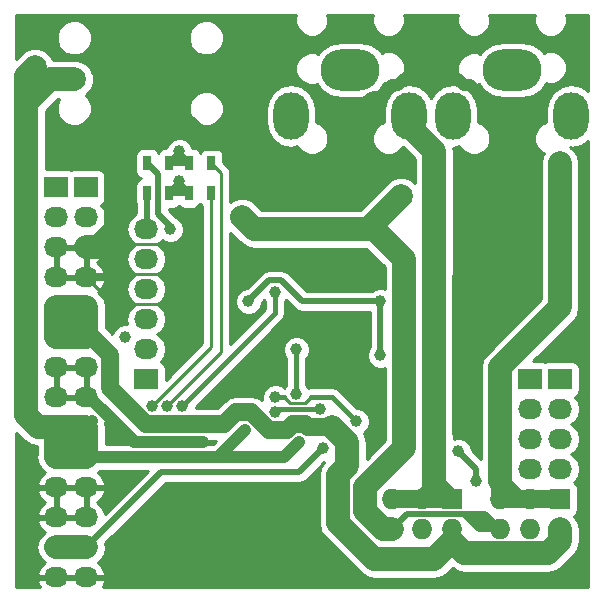
<source format=gbl>
G04 #@! TF.FileFunction,Copper,L2,Bot,Signal*
%FSLAX46Y46*%
G04 Gerber Fmt 4.6, Leading zero omitted, Abs format (unit mm)*
G04 Created by KiCad (PCBNEW 4.0.0-2.201512091501+6195~38~ubuntu14.04.1-stable) date Wed 16 Dec 2015 16:04:53 GMT*
%MOMM*%
G01*
G04 APERTURE LIST*
%ADD10C,0.100000*%
%ADD11R,1.727200X1.727200*%
%ADD12O,1.727200X1.727200*%
%ADD13O,3.000000X4.000000*%
%ADD14O,5.000000X3.500000*%
%ADD15R,2.032000X1.727200*%
%ADD16O,2.032000X1.727200*%
%ADD17R,0.700000X1.300000*%
%ADD18C,1.000000*%
%ADD19C,2.000000*%
%ADD20C,1.500000*%
%ADD21C,1.016000*%
%ADD22C,2.000000*%
%ADD23C,0.254000*%
%ADD24C,0.508000*%
%ADD25C,1.500000*%
%ADD26C,0.381000*%
G04 APERTURE END LIST*
D10*
D11*
X137668000Y-141732000D03*
D12*
X137668000Y-144272000D03*
X135128000Y-141732000D03*
X135128000Y-144272000D03*
X132588000Y-141732000D03*
X132588000Y-144272000D03*
D11*
X146812000Y-141732000D03*
D12*
X146812000Y-144272000D03*
X144272000Y-141732000D03*
X144272000Y-144272000D03*
X141732000Y-141732000D03*
X141732000Y-144272000D03*
D13*
X147748000Y-109276000D03*
X137748000Y-109276000D03*
D14*
X142748000Y-105376000D03*
D13*
X134032000Y-109276000D03*
X124032000Y-109276000D03*
D14*
X129032000Y-105376000D03*
D15*
X146812000Y-131572000D03*
D16*
X146812000Y-134112000D03*
X146812000Y-136652000D03*
X146812000Y-139192000D03*
D17*
X117282000Y-113284000D03*
X115382000Y-113284000D03*
X111826000Y-113284000D03*
X113726000Y-113284000D03*
X117282000Y-115824000D03*
X115382000Y-115824000D03*
X111826000Y-115824000D03*
X113726000Y-115824000D03*
D15*
X104140000Y-115316000D03*
D16*
X104140000Y-117856000D03*
X104140000Y-120396000D03*
X104140000Y-122936000D03*
X104140000Y-125476000D03*
X104140000Y-128016000D03*
X104140000Y-130556000D03*
X104140000Y-133096000D03*
X104140000Y-135636000D03*
X104140000Y-138176000D03*
X104140000Y-140716000D03*
X104140000Y-143256000D03*
X104140000Y-145796000D03*
X104140000Y-148336000D03*
D15*
X106680000Y-115316000D03*
D16*
X106680000Y-117856000D03*
X106680000Y-120396000D03*
X106680000Y-122936000D03*
X106680000Y-125476000D03*
X106680000Y-128016000D03*
X106680000Y-130556000D03*
X106680000Y-133096000D03*
X106680000Y-135636000D03*
X106680000Y-138176000D03*
X106680000Y-140716000D03*
X106680000Y-143256000D03*
X106680000Y-145796000D03*
X106680000Y-148336000D03*
D15*
X111760000Y-131572000D03*
D16*
X111760000Y-129032000D03*
X111760000Y-126492000D03*
X111760000Y-123952000D03*
X111760000Y-121412000D03*
X111760000Y-118872000D03*
D15*
X144272000Y-131572000D03*
D16*
X144272000Y-134112000D03*
X144272000Y-136652000D03*
X144272000Y-139192000D03*
D18*
X120142000Y-135890000D03*
D19*
X105664000Y-106172000D03*
X102339000Y-105156000D03*
D18*
X124714000Y-136906000D03*
X118872000Y-132588000D03*
X116586000Y-136906000D03*
X131064000Y-122412000D03*
X138176000Y-136144000D03*
D19*
X135636000Y-103140000D03*
X143764000Y-117348000D03*
X109220000Y-112776000D03*
X111252000Y-102108000D03*
X129032000Y-113792000D03*
X119888000Y-117856000D03*
X133350000Y-116078000D03*
X125476000Y-118872000D03*
D20*
X146796000Y-113300000D03*
D18*
X126746000Y-137414000D03*
X113792000Y-118872000D03*
X113538000Y-133858000D03*
X112268000Y-133858000D03*
X131572000Y-124968000D03*
X131572000Y-129540000D03*
X120396000Y-124968000D03*
X109982000Y-128016000D03*
X122682000Y-124206000D03*
X114808000Y-133858000D03*
X124460000Y-132842000D03*
X124460000Y-129032000D03*
X138176000Y-137668000D03*
X139700000Y-140208000D03*
X114554000Y-112268000D03*
X114554000Y-114808000D03*
X129540000Y-135128000D03*
X122682000Y-133096000D03*
X122682000Y-134366000D03*
X126492000Y-134112000D03*
D21*
X120142000Y-135890000D02*
X117856000Y-138176000D01*
D22*
X101600000Y-108204000D02*
X103632000Y-106172000D01*
X103632000Y-106172000D02*
X105664000Y-106172000D01*
X102616000Y-135636000D02*
X104140000Y-135636000D01*
X101600000Y-134620000D02*
X102616000Y-135636000D01*
X101600000Y-105895000D02*
X101600000Y-108204000D01*
X101600000Y-108204000D02*
X101600000Y-134620000D01*
X102339000Y-105156000D02*
X101600000Y-105895000D01*
D21*
X117348000Y-138176000D02*
X123444000Y-138176000D01*
X123444000Y-138176000D02*
X124714000Y-136906000D01*
X106680000Y-138176000D02*
X117348000Y-138176000D01*
D22*
X104140000Y-135636000D02*
X106680000Y-138176000D01*
X104140000Y-135636000D02*
X104140000Y-138176000D01*
X104140000Y-138176000D02*
X106680000Y-138176000D01*
D21*
X106680000Y-135636000D02*
X107188000Y-135128000D01*
D22*
X106680000Y-135636000D02*
X106680000Y-138176000D01*
X104140000Y-135636000D02*
X106680000Y-135636000D01*
D23*
X106680000Y-120396000D02*
X106934000Y-120142000D01*
X106934000Y-120142000D02*
X114808000Y-120142000D01*
D21*
X106934000Y-133096000D02*
X110744000Y-136906000D01*
X116586000Y-136906000D02*
X110744000Y-136906000D01*
X106934000Y-133096000D02*
X106680000Y-133096000D01*
X131064000Y-122412000D02*
X131064000Y-122428000D01*
X138176000Y-122936000D02*
X143764000Y-117348000D01*
X138176000Y-136144000D02*
X138176000Y-122936000D01*
D22*
X135890000Y-103124000D02*
X135890000Y-106172000D01*
X135652000Y-103124000D02*
X135890000Y-103124000D01*
X135636000Y-103140000D02*
X135652000Y-103124000D01*
D21*
X135890000Y-106172000D02*
X138176000Y-106172000D01*
X143764000Y-111252000D02*
X143764000Y-117348000D01*
X139192000Y-106680000D02*
X143764000Y-111252000D01*
X138684000Y-106680000D02*
X139192000Y-106680000D01*
X138176000Y-106172000D02*
X138684000Y-106680000D01*
X131064000Y-108204000D02*
X132588000Y-106680000D01*
X132588000Y-106680000D02*
X133096000Y-106680000D01*
X133096000Y-106680000D02*
X133604000Y-106172000D01*
X133604000Y-106172000D02*
X135890000Y-106172000D01*
D22*
X129032000Y-113792000D02*
X129032000Y-110236000D01*
X129032000Y-110236000D02*
X131064000Y-108204000D01*
X111252000Y-102108000D02*
X111252000Y-109728000D01*
X111252000Y-109728000D02*
X111760000Y-110236000D01*
X122428000Y-113792000D02*
X129032000Y-113792000D01*
X119888000Y-111252000D02*
X122428000Y-113792000D01*
X116332000Y-111252000D02*
X119888000Y-111252000D01*
X115316000Y-110236000D02*
X116332000Y-111252000D01*
X111760000Y-110236000D02*
X115316000Y-110236000D01*
X107696000Y-120396000D02*
X109220000Y-118872000D01*
X109220000Y-118872000D02*
X109220000Y-112776000D01*
X109220000Y-112776000D02*
X111760000Y-110236000D01*
X106680000Y-120396000D02*
X107696000Y-120396000D01*
D23*
X106680000Y-122936000D02*
X108966000Y-125222000D01*
X108966000Y-125222000D02*
X114808000Y-125222000D01*
X106680000Y-122936000D02*
X106934000Y-122682000D01*
X106934000Y-122682000D02*
X114808000Y-122682000D01*
D22*
X132588000Y-144272000D02*
X131826000Y-144272000D01*
X131826000Y-144272000D02*
X130302000Y-142748000D01*
X133604000Y-137414000D02*
X133604000Y-121412000D01*
X130302000Y-140716000D02*
X133604000Y-137414000D01*
X130302000Y-142748000D02*
X130302000Y-140716000D01*
D24*
X140462000Y-144272000D02*
X139954000Y-144272000D01*
X139446000Y-143256000D02*
X139954000Y-143256000D01*
X139954000Y-143256000D02*
X140462000Y-143764000D01*
X141732000Y-144272000D02*
X141224000Y-144272000D01*
X141224000Y-144272000D02*
X140716000Y-143764000D01*
X139954000Y-143002000D02*
X140716000Y-143764000D01*
X140462000Y-143764000D02*
X140462000Y-144018000D01*
X140716000Y-143764000D02*
X140462000Y-143764000D01*
X140462000Y-143002000D02*
X139954000Y-143002000D01*
X141732000Y-144272000D02*
X140462000Y-144272000D01*
X140462000Y-144272000D02*
X139446000Y-143256000D01*
X139446000Y-143256000D02*
X139192000Y-143002000D01*
X139954000Y-144272000D02*
X140208000Y-144272000D01*
X140208000Y-144272000D02*
X140462000Y-144018000D01*
X140462000Y-144018000D02*
X140970000Y-143510000D01*
X138684000Y-143002000D02*
X139192000Y-143002000D01*
X139192000Y-143002000D02*
X139954000Y-143002000D01*
X140462000Y-143002000D02*
X140970000Y-143510000D01*
X140970000Y-143510000D02*
X141732000Y-144272000D01*
X139954000Y-144272000D02*
X138684000Y-143002000D01*
X133858000Y-143002000D02*
X138684000Y-143002000D01*
X133858000Y-143002000D02*
X132588000Y-144272000D01*
D22*
X133604000Y-121412000D02*
X130810000Y-118618000D01*
X125476000Y-118872000D02*
X120904000Y-118872000D01*
X120904000Y-118872000D02*
X119888000Y-117856000D01*
X130556000Y-118872000D02*
X130810000Y-118618000D01*
X130810000Y-118618000D02*
X133350000Y-116078000D01*
X130556000Y-118872000D02*
X125476000Y-118872000D01*
D25*
X144272000Y-141732000D02*
X146812000Y-141732000D01*
X143256000Y-141732000D02*
X144272000Y-141732000D01*
X141732000Y-141732000D02*
X143256000Y-141732000D01*
X141732000Y-141732000D02*
X141732000Y-140208000D01*
D22*
X141732000Y-130556000D02*
X146796000Y-125492000D01*
X146796000Y-125492000D02*
X146796000Y-113300000D01*
X141732000Y-130556000D02*
X141732000Y-140208000D01*
D25*
X143256000Y-141732000D02*
X141732000Y-140208000D01*
X132588000Y-141732000D02*
X135128000Y-141732000D01*
X137668000Y-141732000D02*
X135128000Y-141732000D01*
D22*
X134620000Y-110744000D02*
X134032000Y-109276000D01*
X136144000Y-140208000D02*
X136144000Y-112268000D01*
X136144000Y-112268000D02*
X134620000Y-110744000D01*
D25*
X137668000Y-141732000D02*
X136144000Y-140208000D01*
D22*
X136144000Y-140716000D02*
X136144000Y-140208000D01*
D25*
X135128000Y-141732000D02*
X136144000Y-140716000D01*
D22*
X128778000Y-138938000D02*
X128778000Y-136906000D01*
X137668000Y-145288000D02*
X136144000Y-146812000D01*
X128016000Y-139700000D02*
X128778000Y-138938000D01*
X128016000Y-143764000D02*
X128016000Y-139700000D01*
X131064000Y-146812000D02*
X128016000Y-143764000D01*
X136144000Y-146812000D02*
X131064000Y-146812000D01*
D25*
X108712000Y-129540000D02*
X107188000Y-128016000D01*
D22*
X104140000Y-125476000D02*
X106680000Y-128016000D01*
X106680000Y-128016000D02*
X104140000Y-128016000D01*
X104140000Y-128016000D02*
X104140000Y-125476000D01*
X104140000Y-125476000D02*
X106680000Y-125476000D01*
X106680000Y-125476000D02*
X106680000Y-128016000D01*
D25*
X106680000Y-128016000D02*
X107188000Y-128016000D01*
D22*
X137668000Y-145288000D02*
X138684000Y-146304000D01*
D25*
X137668000Y-144272000D02*
X137668000Y-145288000D01*
D22*
X146812000Y-145288000D02*
X146812000Y-144272000D01*
X145796000Y-146304000D02*
X146812000Y-145288000D01*
X138684000Y-146304000D02*
X145796000Y-146304000D01*
D25*
X123698000Y-135890000D02*
X122174000Y-135890000D01*
X127508000Y-135636000D02*
X125476000Y-135636000D01*
D22*
X128778000Y-136906000D02*
X127508000Y-135636000D01*
D25*
X124206000Y-135382000D02*
X123698000Y-135890000D01*
X125222000Y-135382000D02*
X124206000Y-135382000D01*
X125476000Y-135636000D02*
X125222000Y-135382000D01*
X122174000Y-135890000D02*
X120650000Y-134366000D01*
X108712000Y-129540000D02*
X108712000Y-132334000D01*
X120650000Y-134366000D02*
X119380000Y-134366000D01*
X119380000Y-134366000D02*
X118364000Y-135382000D01*
X118364000Y-135382000D02*
X111760000Y-135382000D01*
X111760000Y-135382000D02*
X108712000Y-132334000D01*
D24*
X126746000Y-137414000D02*
X124714000Y-139446000D01*
X124714000Y-139446000D02*
X113030000Y-139446000D01*
X113030000Y-139446000D02*
X106680000Y-145796000D01*
D22*
X106680000Y-145796000D02*
X104140000Y-145796000D01*
D24*
X113792000Y-118618000D02*
X112776000Y-117602000D01*
X113792000Y-118872000D02*
X113792000Y-118618000D01*
X111826000Y-113284000D02*
X112776000Y-114234000D01*
X112776000Y-114234000D02*
X112776000Y-117602000D01*
X111760000Y-118872000D02*
X111826000Y-118806000D01*
X111826000Y-118806000D02*
X111826000Y-115824000D01*
D23*
X117282000Y-113284000D02*
X118110000Y-114112000D01*
X118110000Y-114112000D02*
X118110000Y-129286000D01*
X118110000Y-129286000D02*
X113538000Y-133858000D01*
X117282000Y-128844000D02*
X117282000Y-115824000D01*
X112268000Y-133858000D02*
X117282000Y-128844000D01*
D24*
X124968000Y-124968000D02*
X123190000Y-123190000D01*
X131572000Y-124968000D02*
X124968000Y-124968000D01*
X131572000Y-124968000D02*
X131572000Y-129540000D01*
X122174000Y-123190000D02*
X120396000Y-124968000D01*
X123190000Y-123190000D02*
X122174000Y-123190000D01*
D26*
X122682000Y-125984000D02*
X122682000Y-124206000D01*
X114808000Y-133858000D02*
X122682000Y-125984000D01*
X124460000Y-132842000D02*
X124460000Y-129032000D01*
D24*
X138176000Y-137668000D02*
X139700000Y-139192000D01*
X139700000Y-140208000D02*
X139700000Y-139192000D01*
X113726000Y-113284000D02*
X114554000Y-112456000D01*
X114554000Y-112456000D02*
X114554000Y-112268000D01*
X114554000Y-112268000D02*
X114554000Y-112456000D01*
X114554000Y-112456000D02*
X115382000Y-113284000D01*
X115382000Y-113096000D02*
X115382000Y-113284000D01*
X113726000Y-113096000D02*
X113726000Y-113284000D01*
X114554000Y-113284000D02*
X114554000Y-112268000D01*
X113726000Y-113284000D02*
X114554000Y-113284000D01*
X114554000Y-113284000D02*
X115382000Y-113284000D01*
X113726000Y-115824000D02*
X114554000Y-114996000D01*
X113726000Y-115824000D02*
X114808000Y-115824000D01*
X114554000Y-114808000D02*
X114554000Y-115824000D01*
X114554000Y-115824000D02*
X114808000Y-115824000D01*
X114554000Y-114996000D02*
X114554000Y-114808000D01*
X114554000Y-114808000D02*
X114554000Y-114996000D01*
X114554000Y-114996000D02*
X115382000Y-115824000D01*
X114808000Y-115824000D02*
X115382000Y-115824000D01*
D26*
X129540000Y-135128000D02*
X127508000Y-133096000D01*
X127508000Y-133096000D02*
X125730000Y-133096000D01*
D23*
X125222000Y-133604000D02*
X125730000Y-133096000D01*
X123952000Y-133604000D02*
X125222000Y-133604000D01*
X123444000Y-133096000D02*
X123952000Y-133604000D01*
D26*
X123444000Y-133096000D02*
X122682000Y-133096000D01*
X122936000Y-134112000D02*
X122682000Y-134366000D01*
X126492000Y-134112000D02*
X122936000Y-134112000D01*
D23*
G36*
X149175000Y-149175000D02*
X108061097Y-149175000D01*
X108284709Y-148710791D01*
X108287358Y-148695026D01*
X108166217Y-148463000D01*
X106807000Y-148463000D01*
X106807000Y-148483000D01*
X106553000Y-148483000D01*
X106553000Y-148463000D01*
X104267000Y-148463000D01*
X104267000Y-148483000D01*
X104013000Y-148483000D01*
X104013000Y-148463000D01*
X102653783Y-148463000D01*
X102532642Y-148695026D01*
X102535291Y-148710791D01*
X102758903Y-149175000D01*
X100761000Y-149175000D01*
X100761000Y-141075026D01*
X102532642Y-141075026D01*
X102535291Y-141090791D01*
X102789268Y-141618036D01*
X103201108Y-141986000D01*
X102789268Y-142353964D01*
X102535291Y-142881209D01*
X102532642Y-142896974D01*
X102653783Y-143129000D01*
X104013000Y-143129000D01*
X104013000Y-140843000D01*
X104267000Y-140843000D01*
X104267000Y-143129000D01*
X106553000Y-143129000D01*
X106553000Y-140843000D01*
X104267000Y-140843000D01*
X104013000Y-140843000D01*
X102653783Y-140843000D01*
X102532642Y-141075026D01*
X100761000Y-141075026D01*
X100761000Y-136093240D01*
X101459880Y-136792120D01*
X101990312Y-137146543D01*
X102505000Y-137248922D01*
X102505000Y-137932953D01*
X102456655Y-138176000D01*
X102570729Y-138749489D01*
X102895585Y-139235670D01*
X102938670Y-139264459D01*
X102983880Y-139332120D01*
X103181086Y-139463889D01*
X102789268Y-139813964D01*
X102535291Y-140341209D01*
X102532642Y-140356974D01*
X102653783Y-140589000D01*
X104013000Y-140589000D01*
X104013000Y-140569000D01*
X104267000Y-140569000D01*
X104267000Y-140589000D01*
X106553000Y-140589000D01*
X106553000Y-140569000D01*
X106807000Y-140569000D01*
X106807000Y-140589000D01*
X108166217Y-140589000D01*
X108287358Y-140356974D01*
X108284709Y-140341209D01*
X108030732Y-139813964D01*
X107638914Y-139463889D01*
X107836120Y-139332120D01*
X107844886Y-139319000D01*
X111899764Y-139319000D01*
X108249741Y-142969023D01*
X108287358Y-142896974D01*
X108284709Y-142881209D01*
X108030732Y-142353964D01*
X107618892Y-141986000D01*
X108030732Y-141618036D01*
X108284709Y-141090791D01*
X108287358Y-141075026D01*
X108166217Y-140843000D01*
X106807000Y-140843000D01*
X106807000Y-143129000D01*
X106827000Y-143129000D01*
X106827000Y-143383000D01*
X106807000Y-143383000D01*
X106807000Y-143403000D01*
X106553000Y-143403000D01*
X106553000Y-143383000D01*
X104267000Y-143383000D01*
X104267000Y-143403000D01*
X104013000Y-143403000D01*
X104013000Y-143383000D01*
X102653783Y-143383000D01*
X102532642Y-143615026D01*
X102535291Y-143630791D01*
X102789268Y-144158036D01*
X103181086Y-144508111D01*
X102983880Y-144639880D01*
X102938670Y-144707541D01*
X102895585Y-144736330D01*
X102570729Y-145222511D01*
X102456655Y-145796000D01*
X102570729Y-146369489D01*
X102895585Y-146855670D01*
X102938670Y-146884459D01*
X102983880Y-146952120D01*
X103181086Y-147083889D01*
X102789268Y-147433964D01*
X102535291Y-147961209D01*
X102532642Y-147976974D01*
X102653783Y-148209000D01*
X104013000Y-148209000D01*
X104013000Y-148189000D01*
X104267000Y-148189000D01*
X104267000Y-148209000D01*
X106553000Y-148209000D01*
X106553000Y-148189000D01*
X106807000Y-148189000D01*
X106807000Y-148209000D01*
X108166217Y-148209000D01*
X108287358Y-147976974D01*
X108284709Y-147961209D01*
X108030732Y-147433964D01*
X107638914Y-147083889D01*
X107836120Y-146952120D01*
X107881330Y-146884459D01*
X107924415Y-146855670D01*
X108249271Y-146369489D01*
X108363345Y-145796000D01*
X108292649Y-145440587D01*
X113398236Y-140335000D01*
X124714000Y-140335000D01*
X125054206Y-140267329D01*
X125342618Y-140074618D01*
X126832744Y-138584492D01*
X126505457Y-139074312D01*
X126380999Y-139700000D01*
X126381000Y-139700005D01*
X126381000Y-143763995D01*
X126380999Y-143764000D01*
X126505457Y-144389688D01*
X126859880Y-144920120D01*
X129907880Y-147968120D01*
X130438312Y-148322543D01*
X131064000Y-148447001D01*
X131064005Y-148447000D01*
X136143995Y-148447000D01*
X136144000Y-148447001D01*
X136769688Y-148322543D01*
X137300120Y-147968120D01*
X137695872Y-147572368D01*
X138058312Y-147814543D01*
X138684000Y-147939001D01*
X138684005Y-147939000D01*
X145795995Y-147939000D01*
X145796000Y-147939001D01*
X146421688Y-147814543D01*
X146952120Y-147460120D01*
X147968120Y-146444120D01*
X148322543Y-145913688D01*
X148447001Y-145288000D01*
X148447000Y-145287995D01*
X148447000Y-144272000D01*
X148322543Y-143646313D01*
X147989648Y-143148100D01*
X148127041Y-143059690D01*
X148272031Y-142847490D01*
X148323040Y-142595600D01*
X148323040Y-140868400D01*
X148278762Y-140633083D01*
X148139690Y-140416959D01*
X147976212Y-140305260D01*
X148056415Y-140251670D01*
X148381271Y-139765489D01*
X148495345Y-139192000D01*
X148381271Y-138618511D01*
X148056415Y-138132330D01*
X147741634Y-137922000D01*
X148056415Y-137711670D01*
X148381271Y-137225489D01*
X148495345Y-136652000D01*
X148381271Y-136078511D01*
X148056415Y-135592330D01*
X147741634Y-135382000D01*
X148056415Y-135171670D01*
X148381271Y-134685489D01*
X148495345Y-134112000D01*
X148381271Y-133538511D01*
X148056415Y-133052330D01*
X148042087Y-133042757D01*
X148063317Y-133038762D01*
X148279441Y-132899690D01*
X148424431Y-132687490D01*
X148475440Y-132435600D01*
X148475440Y-130708400D01*
X148431162Y-130473083D01*
X148292090Y-130256959D01*
X148079890Y-130111969D01*
X147828000Y-130060960D01*
X145796000Y-130060960D01*
X145560683Y-130105238D01*
X145544901Y-130115393D01*
X145539890Y-130111969D01*
X145288000Y-130060960D01*
X144539280Y-130060960D01*
X147952117Y-126648122D01*
X147952120Y-126648120D01*
X148306543Y-126117687D01*
X148431000Y-125492000D01*
X148431000Y-113300000D01*
X148306543Y-112674313D01*
X147952120Y-112143880D01*
X147652385Y-111943604D01*
X147748000Y-111962623D01*
X148565029Y-111800106D01*
X149175000Y-111392536D01*
X149175000Y-149175000D01*
X149175000Y-149175000D01*
G37*
X149175000Y-149175000D02*
X108061097Y-149175000D01*
X108284709Y-148710791D01*
X108287358Y-148695026D01*
X108166217Y-148463000D01*
X106807000Y-148463000D01*
X106807000Y-148483000D01*
X106553000Y-148483000D01*
X106553000Y-148463000D01*
X104267000Y-148463000D01*
X104267000Y-148483000D01*
X104013000Y-148483000D01*
X104013000Y-148463000D01*
X102653783Y-148463000D01*
X102532642Y-148695026D01*
X102535291Y-148710791D01*
X102758903Y-149175000D01*
X100761000Y-149175000D01*
X100761000Y-141075026D01*
X102532642Y-141075026D01*
X102535291Y-141090791D01*
X102789268Y-141618036D01*
X103201108Y-141986000D01*
X102789268Y-142353964D01*
X102535291Y-142881209D01*
X102532642Y-142896974D01*
X102653783Y-143129000D01*
X104013000Y-143129000D01*
X104013000Y-140843000D01*
X104267000Y-140843000D01*
X104267000Y-143129000D01*
X106553000Y-143129000D01*
X106553000Y-140843000D01*
X104267000Y-140843000D01*
X104013000Y-140843000D01*
X102653783Y-140843000D01*
X102532642Y-141075026D01*
X100761000Y-141075026D01*
X100761000Y-136093240D01*
X101459880Y-136792120D01*
X101990312Y-137146543D01*
X102505000Y-137248922D01*
X102505000Y-137932953D01*
X102456655Y-138176000D01*
X102570729Y-138749489D01*
X102895585Y-139235670D01*
X102938670Y-139264459D01*
X102983880Y-139332120D01*
X103181086Y-139463889D01*
X102789268Y-139813964D01*
X102535291Y-140341209D01*
X102532642Y-140356974D01*
X102653783Y-140589000D01*
X104013000Y-140589000D01*
X104013000Y-140569000D01*
X104267000Y-140569000D01*
X104267000Y-140589000D01*
X106553000Y-140589000D01*
X106553000Y-140569000D01*
X106807000Y-140569000D01*
X106807000Y-140589000D01*
X108166217Y-140589000D01*
X108287358Y-140356974D01*
X108284709Y-140341209D01*
X108030732Y-139813964D01*
X107638914Y-139463889D01*
X107836120Y-139332120D01*
X107844886Y-139319000D01*
X111899764Y-139319000D01*
X108249741Y-142969023D01*
X108287358Y-142896974D01*
X108284709Y-142881209D01*
X108030732Y-142353964D01*
X107618892Y-141986000D01*
X108030732Y-141618036D01*
X108284709Y-141090791D01*
X108287358Y-141075026D01*
X108166217Y-140843000D01*
X106807000Y-140843000D01*
X106807000Y-143129000D01*
X106827000Y-143129000D01*
X106827000Y-143383000D01*
X106807000Y-143383000D01*
X106807000Y-143403000D01*
X106553000Y-143403000D01*
X106553000Y-143383000D01*
X104267000Y-143383000D01*
X104267000Y-143403000D01*
X104013000Y-143403000D01*
X104013000Y-143383000D01*
X102653783Y-143383000D01*
X102532642Y-143615026D01*
X102535291Y-143630791D01*
X102789268Y-144158036D01*
X103181086Y-144508111D01*
X102983880Y-144639880D01*
X102938670Y-144707541D01*
X102895585Y-144736330D01*
X102570729Y-145222511D01*
X102456655Y-145796000D01*
X102570729Y-146369489D01*
X102895585Y-146855670D01*
X102938670Y-146884459D01*
X102983880Y-146952120D01*
X103181086Y-147083889D01*
X102789268Y-147433964D01*
X102535291Y-147961209D01*
X102532642Y-147976974D01*
X102653783Y-148209000D01*
X104013000Y-148209000D01*
X104013000Y-148189000D01*
X104267000Y-148189000D01*
X104267000Y-148209000D01*
X106553000Y-148209000D01*
X106553000Y-148189000D01*
X106807000Y-148189000D01*
X106807000Y-148209000D01*
X108166217Y-148209000D01*
X108287358Y-147976974D01*
X108284709Y-147961209D01*
X108030732Y-147433964D01*
X107638914Y-147083889D01*
X107836120Y-146952120D01*
X107881330Y-146884459D01*
X107924415Y-146855670D01*
X108249271Y-146369489D01*
X108363345Y-145796000D01*
X108292649Y-145440587D01*
X113398236Y-140335000D01*
X124714000Y-140335000D01*
X125054206Y-140267329D01*
X125342618Y-140074618D01*
X126832744Y-138584492D01*
X126505457Y-139074312D01*
X126380999Y-139700000D01*
X126381000Y-139700005D01*
X126381000Y-143763995D01*
X126380999Y-143764000D01*
X126505457Y-144389688D01*
X126859880Y-144920120D01*
X129907880Y-147968120D01*
X130438312Y-148322543D01*
X131064000Y-148447001D01*
X131064005Y-148447000D01*
X136143995Y-148447000D01*
X136144000Y-148447001D01*
X136769688Y-148322543D01*
X137300120Y-147968120D01*
X137695872Y-147572368D01*
X138058312Y-147814543D01*
X138684000Y-147939001D01*
X138684005Y-147939000D01*
X145795995Y-147939000D01*
X145796000Y-147939001D01*
X146421688Y-147814543D01*
X146952120Y-147460120D01*
X147968120Y-146444120D01*
X148322543Y-145913688D01*
X148447001Y-145288000D01*
X148447000Y-145287995D01*
X148447000Y-144272000D01*
X148322543Y-143646313D01*
X147989648Y-143148100D01*
X148127041Y-143059690D01*
X148272031Y-142847490D01*
X148323040Y-142595600D01*
X148323040Y-140868400D01*
X148278762Y-140633083D01*
X148139690Y-140416959D01*
X147976212Y-140305260D01*
X148056415Y-140251670D01*
X148381271Y-139765489D01*
X148495345Y-139192000D01*
X148381271Y-138618511D01*
X148056415Y-138132330D01*
X147741634Y-137922000D01*
X148056415Y-137711670D01*
X148381271Y-137225489D01*
X148495345Y-136652000D01*
X148381271Y-136078511D01*
X148056415Y-135592330D01*
X147741634Y-135382000D01*
X148056415Y-135171670D01*
X148381271Y-134685489D01*
X148495345Y-134112000D01*
X148381271Y-133538511D01*
X148056415Y-133052330D01*
X148042087Y-133042757D01*
X148063317Y-133038762D01*
X148279441Y-132899690D01*
X148424431Y-132687490D01*
X148475440Y-132435600D01*
X148475440Y-130708400D01*
X148431162Y-130473083D01*
X148292090Y-130256959D01*
X148079890Y-130111969D01*
X147828000Y-130060960D01*
X145796000Y-130060960D01*
X145560683Y-130105238D01*
X145544901Y-130115393D01*
X145539890Y-130111969D01*
X145288000Y-130060960D01*
X144539280Y-130060960D01*
X147952117Y-126648122D01*
X147952120Y-126648120D01*
X148306543Y-126117687D01*
X148431000Y-125492000D01*
X148431000Y-113300000D01*
X148306543Y-112674313D01*
X147952120Y-112143880D01*
X147652385Y-111943604D01*
X147748000Y-111962623D01*
X148565029Y-111800106D01*
X149175000Y-111392536D01*
X149175000Y-149175000D01*
G36*
X124397241Y-100899298D02*
X124396760Y-101450285D01*
X124607169Y-101959515D01*
X124996436Y-102349461D01*
X125505298Y-102560759D01*
X126056285Y-102561240D01*
X126565515Y-102350831D01*
X126955461Y-101961564D01*
X127166759Y-101452702D01*
X127167240Y-100901715D01*
X127109098Y-100761000D01*
X130954667Y-100761000D01*
X130897241Y-100899298D01*
X130896760Y-101450285D01*
X131107169Y-101959515D01*
X131496436Y-102349461D01*
X132005298Y-102560759D01*
X132556285Y-102561240D01*
X133065515Y-102350831D01*
X133455461Y-101961564D01*
X133666759Y-101452702D01*
X133667240Y-100901715D01*
X133609098Y-100761000D01*
X138170667Y-100761000D01*
X138113241Y-100899298D01*
X138112760Y-101450285D01*
X138323169Y-101959515D01*
X138712436Y-102349461D01*
X139221298Y-102560759D01*
X139772285Y-102561240D01*
X140281515Y-102350831D01*
X140671461Y-101961564D01*
X140882759Y-101452702D01*
X140883240Y-100901715D01*
X140825098Y-100761000D01*
X144670667Y-100761000D01*
X144613241Y-100899298D01*
X144612760Y-101450285D01*
X144823169Y-101959515D01*
X145212436Y-102349461D01*
X145721298Y-102560759D01*
X146272285Y-102561240D01*
X146781515Y-102350831D01*
X147171461Y-101961564D01*
X147382759Y-101452702D01*
X147383240Y-100901715D01*
X147325098Y-100761000D01*
X149175000Y-100761000D01*
X149175000Y-107159464D01*
X148565029Y-106751894D01*
X147748000Y-106589377D01*
X146930971Y-106751894D01*
X146238327Y-107214704D01*
X145775517Y-107907348D01*
X145613000Y-108724377D01*
X145613000Y-109827623D01*
X145614633Y-109835832D01*
X145214485Y-110001169D01*
X144824539Y-110390436D01*
X144613241Y-110899298D01*
X144612760Y-111450285D01*
X144823169Y-111959515D01*
X145212436Y-112349461D01*
X145439513Y-112443752D01*
X145285457Y-112674313D01*
X145161000Y-113300000D01*
X145161000Y-124814761D01*
X140575880Y-129399880D01*
X140221457Y-129930312D01*
X140096999Y-130556000D01*
X140097000Y-130556005D01*
X140097000Y-138331764D01*
X139311107Y-137545871D01*
X139311197Y-137443225D01*
X139138767Y-137025914D01*
X138819765Y-136706355D01*
X138402756Y-136533197D01*
X137951225Y-136532803D01*
X137779000Y-136603965D01*
X137779000Y-112268000D01*
X137717031Y-111956463D01*
X137748000Y-111962623D01*
X138280673Y-111856668D01*
X138323169Y-111959515D01*
X138712436Y-112349461D01*
X139221298Y-112560759D01*
X139772285Y-112561240D01*
X140281515Y-112350831D01*
X140671461Y-111961564D01*
X140882759Y-111452702D01*
X140883240Y-110901715D01*
X140672831Y-110392485D01*
X140283564Y-110002539D01*
X139881422Y-109835555D01*
X139883000Y-109827623D01*
X139883000Y-108724377D01*
X139720483Y-107907348D01*
X139257673Y-107214704D01*
X138565029Y-106751894D01*
X137748000Y-106589377D01*
X136930971Y-106751894D01*
X136238327Y-107214704D01*
X135890000Y-107736012D01*
X135541673Y-107214704D01*
X134849029Y-106751894D01*
X134032000Y-106589377D01*
X133214971Y-106751894D01*
X132522327Y-107214704D01*
X132059517Y-107907348D01*
X131897000Y-108724377D01*
X131897000Y-109827623D01*
X131898633Y-109835832D01*
X131498485Y-110001169D01*
X131108539Y-110390436D01*
X130897241Y-110899298D01*
X130896760Y-111450285D01*
X131107169Y-111959515D01*
X131496436Y-112349461D01*
X132005298Y-112560759D01*
X132556285Y-112561240D01*
X133065515Y-112350831D01*
X133455461Y-111961564D01*
X133475959Y-111912199D01*
X134509000Y-112945239D01*
X134509000Y-114924764D01*
X134277363Y-114692722D01*
X133676648Y-114443284D01*
X133026205Y-114442716D01*
X132425057Y-114691106D01*
X131964722Y-115150637D01*
X131964437Y-115151324D01*
X129878760Y-117237000D01*
X125477426Y-117237000D01*
X125152205Y-117236716D01*
X125151518Y-117237000D01*
X121581240Y-117237000D01*
X121044557Y-116700317D01*
X120815363Y-116470722D01*
X120214648Y-116221284D01*
X119564205Y-116220716D01*
X118963057Y-116469106D01*
X118872000Y-116560004D01*
X118872000Y-114112000D01*
X118813996Y-113820395D01*
X118648815Y-113573185D01*
X118279440Y-113203810D01*
X118279440Y-112634000D01*
X118235162Y-112398683D01*
X118096090Y-112182559D01*
X117883890Y-112037569D01*
X117632000Y-111986560D01*
X116932000Y-111986560D01*
X116696683Y-112030838D01*
X116480559Y-112169910D01*
X116335569Y-112382110D01*
X116332919Y-112395197D01*
X116196090Y-112182559D01*
X115983890Y-112037569D01*
X115732000Y-111986560D01*
X115665783Y-111986560D01*
X115516767Y-111625914D01*
X115197765Y-111306355D01*
X114780756Y-111133197D01*
X114329225Y-111132803D01*
X113911914Y-111305233D01*
X113592355Y-111624235D01*
X113441904Y-111986560D01*
X113376000Y-111986560D01*
X113140683Y-112030838D01*
X112924559Y-112169910D01*
X112779569Y-112382110D01*
X112776919Y-112395197D01*
X112640090Y-112182559D01*
X112427890Y-112037569D01*
X112176000Y-111986560D01*
X111476000Y-111986560D01*
X111240683Y-112030838D01*
X111024559Y-112169910D01*
X110879569Y-112382110D01*
X110828560Y-112634000D01*
X110828560Y-113934000D01*
X110872838Y-114169317D01*
X111011910Y-114385441D01*
X111224110Y-114530431D01*
X111335523Y-114552993D01*
X111240683Y-114570838D01*
X111024559Y-114709910D01*
X110879569Y-114922110D01*
X110828560Y-115174000D01*
X110828560Y-116474000D01*
X110872838Y-116709317D01*
X110937000Y-116809028D01*
X110937000Y-117530749D01*
X110515585Y-117812330D01*
X110190729Y-118298511D01*
X110076655Y-118872000D01*
X110190729Y-119445489D01*
X110515585Y-119931670D01*
X110830366Y-120142000D01*
X110515585Y-120352330D01*
X110190729Y-120838511D01*
X110076655Y-121412000D01*
X110190729Y-121985489D01*
X110515585Y-122471670D01*
X110830366Y-122682000D01*
X110515585Y-122892330D01*
X110190729Y-123378511D01*
X110076655Y-123952000D01*
X110190729Y-124525489D01*
X110515585Y-125011670D01*
X110830366Y-125222000D01*
X110515585Y-125432330D01*
X110190729Y-125918511D01*
X110076655Y-126492000D01*
X110154062Y-126881149D01*
X109757225Y-126880803D01*
X109339914Y-127053233D01*
X109020355Y-127372235D01*
X108868537Y-127737851D01*
X108315000Y-127184314D01*
X108315000Y-125719047D01*
X108363345Y-125476000D01*
X108249271Y-124902511D01*
X107924415Y-124416330D01*
X107881330Y-124387541D01*
X107836120Y-124319880D01*
X107638914Y-124188111D01*
X108030732Y-123838036D01*
X108284709Y-123310791D01*
X108287358Y-123295026D01*
X108166217Y-123063000D01*
X106807000Y-123063000D01*
X106807000Y-123083000D01*
X106553000Y-123083000D01*
X106553000Y-123063000D01*
X104267000Y-123063000D01*
X104267000Y-123083000D01*
X104013000Y-123083000D01*
X104013000Y-123063000D01*
X103993000Y-123063000D01*
X103993000Y-122809000D01*
X104013000Y-122809000D01*
X104013000Y-120523000D01*
X104267000Y-120523000D01*
X104267000Y-122809000D01*
X106553000Y-122809000D01*
X106553000Y-120523000D01*
X106807000Y-120523000D01*
X106807000Y-122809000D01*
X108166217Y-122809000D01*
X108287358Y-122576974D01*
X108284709Y-122561209D01*
X108030732Y-122033964D01*
X107618892Y-121666000D01*
X108030732Y-121298036D01*
X108284709Y-120770791D01*
X108287358Y-120755026D01*
X108166217Y-120523000D01*
X106807000Y-120523000D01*
X106553000Y-120523000D01*
X104267000Y-120523000D01*
X104013000Y-120523000D01*
X103993000Y-120523000D01*
X103993000Y-120269000D01*
X104013000Y-120269000D01*
X104013000Y-120249000D01*
X104267000Y-120249000D01*
X104267000Y-120269000D01*
X106553000Y-120269000D01*
X106553000Y-120249000D01*
X106807000Y-120249000D01*
X106807000Y-120269000D01*
X108166217Y-120269000D01*
X108287358Y-120036974D01*
X108284709Y-120021209D01*
X108030732Y-119493964D01*
X107614931Y-119122461D01*
X107924415Y-118915670D01*
X108249271Y-118429489D01*
X108363345Y-117856000D01*
X108249271Y-117282511D01*
X107924415Y-116796330D01*
X107910087Y-116786757D01*
X107931317Y-116782762D01*
X108147441Y-116643690D01*
X108292431Y-116431490D01*
X108343440Y-116179600D01*
X108343440Y-114452400D01*
X108299162Y-114217083D01*
X108160090Y-114000959D01*
X107947890Y-113855969D01*
X107696000Y-113804960D01*
X105664000Y-113804960D01*
X105428683Y-113849238D01*
X105412901Y-113859393D01*
X105407890Y-113855969D01*
X105156000Y-113804960D01*
X103235000Y-113804960D01*
X103235000Y-108881240D01*
X104309240Y-107807000D01*
X104412541Y-107807000D01*
X104405812Y-107813717D01*
X104179258Y-108359319D01*
X104178743Y-108950089D01*
X104404344Y-109496086D01*
X104821717Y-109914188D01*
X105367319Y-110140742D01*
X105958089Y-110141257D01*
X106504086Y-109915656D01*
X106922188Y-109498283D01*
X107148742Y-108952681D01*
X107148744Y-108950089D01*
X115354743Y-108950089D01*
X115580344Y-109496086D01*
X115997717Y-109914188D01*
X116543319Y-110140742D01*
X117134089Y-110141257D01*
X117680086Y-109915656D01*
X118098188Y-109498283D01*
X118324742Y-108952681D01*
X118324941Y-108724377D01*
X121897000Y-108724377D01*
X121897000Y-109827623D01*
X122059517Y-110644652D01*
X122522327Y-111337296D01*
X123214971Y-111800106D01*
X124032000Y-111962623D01*
X124564673Y-111856668D01*
X124607169Y-111959515D01*
X124996436Y-112349461D01*
X125505298Y-112560759D01*
X126056285Y-112561240D01*
X126565515Y-112350831D01*
X126955461Y-111961564D01*
X127166759Y-111452702D01*
X127167240Y-110901715D01*
X126956831Y-110392485D01*
X126567564Y-110002539D01*
X126165422Y-109835555D01*
X126167000Y-109827623D01*
X126167000Y-108724377D01*
X126004483Y-107907348D01*
X125541673Y-107214704D01*
X124849029Y-106751894D01*
X124032000Y-106589377D01*
X123214971Y-106751894D01*
X122522327Y-107214704D01*
X122059517Y-107907348D01*
X121897000Y-108724377D01*
X118324941Y-108724377D01*
X118325257Y-108361911D01*
X118099656Y-107815914D01*
X117682283Y-107397812D01*
X117136681Y-107171258D01*
X116545911Y-107170743D01*
X115999914Y-107396344D01*
X115581812Y-107813717D01*
X115355258Y-108359319D01*
X115354743Y-108950089D01*
X107148744Y-108950089D01*
X107149257Y-108361911D01*
X106923656Y-107815914D01*
X106628082Y-107519824D01*
X107049278Y-107099363D01*
X107298716Y-106498648D01*
X107299284Y-105848205D01*
X107176186Y-105550285D01*
X124396760Y-105550285D01*
X124607169Y-106059515D01*
X124996436Y-106449461D01*
X125505298Y-106660759D01*
X126056285Y-106661240D01*
X126220668Y-106593318D01*
X126534132Y-107062450D01*
X127307882Y-107579453D01*
X128220582Y-107761000D01*
X129843418Y-107761000D01*
X130756118Y-107579453D01*
X131529868Y-107062450D01*
X131895540Y-106515183D01*
X132005298Y-106560759D01*
X132556285Y-106561240D01*
X133065515Y-106350831D01*
X133455461Y-105961564D01*
X133626238Y-105550285D01*
X138112760Y-105550285D01*
X138323169Y-106059515D01*
X138712436Y-106449461D01*
X139221298Y-106660759D01*
X139772285Y-106661240D01*
X139936668Y-106593318D01*
X140250132Y-107062450D01*
X141023882Y-107579453D01*
X141936582Y-107761000D01*
X143559418Y-107761000D01*
X144472118Y-107579453D01*
X145245868Y-107062450D01*
X145611540Y-106515183D01*
X145721298Y-106560759D01*
X146272285Y-106561240D01*
X146781515Y-106350831D01*
X147171461Y-105961564D01*
X147382759Y-105452702D01*
X147383240Y-104901715D01*
X147172831Y-104392485D01*
X146783564Y-104002539D01*
X146274702Y-103791241D01*
X145723715Y-103790760D01*
X145402247Y-103923588D01*
X145245868Y-103689550D01*
X144472118Y-103172547D01*
X143559418Y-102991000D01*
X141936582Y-102991000D01*
X141023882Y-103172547D01*
X140250132Y-103689550D01*
X140041377Y-104001974D01*
X139774702Y-103891241D01*
X139223715Y-103890760D01*
X138714485Y-104101169D01*
X138324539Y-104490436D01*
X138113241Y-104999298D01*
X138112760Y-105550285D01*
X133626238Y-105550285D01*
X133666759Y-105452702D01*
X133667240Y-104901715D01*
X133456831Y-104392485D01*
X133067564Y-104002539D01*
X132558702Y-103791241D01*
X132007715Y-103790760D01*
X131686247Y-103923588D01*
X131529868Y-103689550D01*
X130756118Y-103172547D01*
X129843418Y-102991000D01*
X128220582Y-102991000D01*
X127307882Y-103172547D01*
X126534132Y-103689550D01*
X126325377Y-104001974D01*
X126058702Y-103891241D01*
X125507715Y-103890760D01*
X124998485Y-104101169D01*
X124608539Y-104490436D01*
X124397241Y-104999298D01*
X124396760Y-105550285D01*
X107176186Y-105550285D01*
X107050894Y-105247057D01*
X106591363Y-104786722D01*
X105990648Y-104537284D01*
X105340205Y-104536716D01*
X105339518Y-104537000D01*
X103852307Y-104537000D01*
X103725894Y-104231057D01*
X103266363Y-103770722D01*
X102665648Y-103521284D01*
X102015205Y-103520716D01*
X101414057Y-103769106D01*
X100953722Y-104228637D01*
X100953437Y-104229324D01*
X100761000Y-104421760D01*
X100761000Y-102950089D01*
X104178743Y-102950089D01*
X104404344Y-103496086D01*
X104821717Y-103914188D01*
X105367319Y-104140742D01*
X105958089Y-104141257D01*
X106504086Y-103915656D01*
X106922188Y-103498283D01*
X107148742Y-102952681D01*
X107148744Y-102950089D01*
X115354743Y-102950089D01*
X115580344Y-103496086D01*
X115997717Y-103914188D01*
X116543319Y-104140742D01*
X117134089Y-104141257D01*
X117680086Y-103915656D01*
X118098188Y-103498283D01*
X118324742Y-102952681D01*
X118325257Y-102361911D01*
X118099656Y-101815914D01*
X117682283Y-101397812D01*
X117136681Y-101171258D01*
X116545911Y-101170743D01*
X115999914Y-101396344D01*
X115581812Y-101813717D01*
X115355258Y-102359319D01*
X115354743Y-102950089D01*
X107148744Y-102950089D01*
X107149257Y-102361911D01*
X106923656Y-101815914D01*
X106506283Y-101397812D01*
X105960681Y-101171258D01*
X105369911Y-101170743D01*
X104823914Y-101396344D01*
X104405812Y-101813717D01*
X104179258Y-102359319D01*
X104178743Y-102950089D01*
X100761000Y-102950089D01*
X100761000Y-100761000D01*
X124454667Y-100761000D01*
X124397241Y-100899298D01*
X124397241Y-100899298D01*
G37*
X124397241Y-100899298D02*
X124396760Y-101450285D01*
X124607169Y-101959515D01*
X124996436Y-102349461D01*
X125505298Y-102560759D01*
X126056285Y-102561240D01*
X126565515Y-102350831D01*
X126955461Y-101961564D01*
X127166759Y-101452702D01*
X127167240Y-100901715D01*
X127109098Y-100761000D01*
X130954667Y-100761000D01*
X130897241Y-100899298D01*
X130896760Y-101450285D01*
X131107169Y-101959515D01*
X131496436Y-102349461D01*
X132005298Y-102560759D01*
X132556285Y-102561240D01*
X133065515Y-102350831D01*
X133455461Y-101961564D01*
X133666759Y-101452702D01*
X133667240Y-100901715D01*
X133609098Y-100761000D01*
X138170667Y-100761000D01*
X138113241Y-100899298D01*
X138112760Y-101450285D01*
X138323169Y-101959515D01*
X138712436Y-102349461D01*
X139221298Y-102560759D01*
X139772285Y-102561240D01*
X140281515Y-102350831D01*
X140671461Y-101961564D01*
X140882759Y-101452702D01*
X140883240Y-100901715D01*
X140825098Y-100761000D01*
X144670667Y-100761000D01*
X144613241Y-100899298D01*
X144612760Y-101450285D01*
X144823169Y-101959515D01*
X145212436Y-102349461D01*
X145721298Y-102560759D01*
X146272285Y-102561240D01*
X146781515Y-102350831D01*
X147171461Y-101961564D01*
X147382759Y-101452702D01*
X147383240Y-100901715D01*
X147325098Y-100761000D01*
X149175000Y-100761000D01*
X149175000Y-107159464D01*
X148565029Y-106751894D01*
X147748000Y-106589377D01*
X146930971Y-106751894D01*
X146238327Y-107214704D01*
X145775517Y-107907348D01*
X145613000Y-108724377D01*
X145613000Y-109827623D01*
X145614633Y-109835832D01*
X145214485Y-110001169D01*
X144824539Y-110390436D01*
X144613241Y-110899298D01*
X144612760Y-111450285D01*
X144823169Y-111959515D01*
X145212436Y-112349461D01*
X145439513Y-112443752D01*
X145285457Y-112674313D01*
X145161000Y-113300000D01*
X145161000Y-124814761D01*
X140575880Y-129399880D01*
X140221457Y-129930312D01*
X140096999Y-130556000D01*
X140097000Y-130556005D01*
X140097000Y-138331764D01*
X139311107Y-137545871D01*
X139311197Y-137443225D01*
X139138767Y-137025914D01*
X138819765Y-136706355D01*
X138402756Y-136533197D01*
X137951225Y-136532803D01*
X137779000Y-136603965D01*
X137779000Y-112268000D01*
X137717031Y-111956463D01*
X137748000Y-111962623D01*
X138280673Y-111856668D01*
X138323169Y-111959515D01*
X138712436Y-112349461D01*
X139221298Y-112560759D01*
X139772285Y-112561240D01*
X140281515Y-112350831D01*
X140671461Y-111961564D01*
X140882759Y-111452702D01*
X140883240Y-110901715D01*
X140672831Y-110392485D01*
X140283564Y-110002539D01*
X139881422Y-109835555D01*
X139883000Y-109827623D01*
X139883000Y-108724377D01*
X139720483Y-107907348D01*
X139257673Y-107214704D01*
X138565029Y-106751894D01*
X137748000Y-106589377D01*
X136930971Y-106751894D01*
X136238327Y-107214704D01*
X135890000Y-107736012D01*
X135541673Y-107214704D01*
X134849029Y-106751894D01*
X134032000Y-106589377D01*
X133214971Y-106751894D01*
X132522327Y-107214704D01*
X132059517Y-107907348D01*
X131897000Y-108724377D01*
X131897000Y-109827623D01*
X131898633Y-109835832D01*
X131498485Y-110001169D01*
X131108539Y-110390436D01*
X130897241Y-110899298D01*
X130896760Y-111450285D01*
X131107169Y-111959515D01*
X131496436Y-112349461D01*
X132005298Y-112560759D01*
X132556285Y-112561240D01*
X133065515Y-112350831D01*
X133455461Y-111961564D01*
X133475959Y-111912199D01*
X134509000Y-112945239D01*
X134509000Y-114924764D01*
X134277363Y-114692722D01*
X133676648Y-114443284D01*
X133026205Y-114442716D01*
X132425057Y-114691106D01*
X131964722Y-115150637D01*
X131964437Y-115151324D01*
X129878760Y-117237000D01*
X125477426Y-117237000D01*
X125152205Y-117236716D01*
X125151518Y-117237000D01*
X121581240Y-117237000D01*
X121044557Y-116700317D01*
X120815363Y-116470722D01*
X120214648Y-116221284D01*
X119564205Y-116220716D01*
X118963057Y-116469106D01*
X118872000Y-116560004D01*
X118872000Y-114112000D01*
X118813996Y-113820395D01*
X118648815Y-113573185D01*
X118279440Y-113203810D01*
X118279440Y-112634000D01*
X118235162Y-112398683D01*
X118096090Y-112182559D01*
X117883890Y-112037569D01*
X117632000Y-111986560D01*
X116932000Y-111986560D01*
X116696683Y-112030838D01*
X116480559Y-112169910D01*
X116335569Y-112382110D01*
X116332919Y-112395197D01*
X116196090Y-112182559D01*
X115983890Y-112037569D01*
X115732000Y-111986560D01*
X115665783Y-111986560D01*
X115516767Y-111625914D01*
X115197765Y-111306355D01*
X114780756Y-111133197D01*
X114329225Y-111132803D01*
X113911914Y-111305233D01*
X113592355Y-111624235D01*
X113441904Y-111986560D01*
X113376000Y-111986560D01*
X113140683Y-112030838D01*
X112924559Y-112169910D01*
X112779569Y-112382110D01*
X112776919Y-112395197D01*
X112640090Y-112182559D01*
X112427890Y-112037569D01*
X112176000Y-111986560D01*
X111476000Y-111986560D01*
X111240683Y-112030838D01*
X111024559Y-112169910D01*
X110879569Y-112382110D01*
X110828560Y-112634000D01*
X110828560Y-113934000D01*
X110872838Y-114169317D01*
X111011910Y-114385441D01*
X111224110Y-114530431D01*
X111335523Y-114552993D01*
X111240683Y-114570838D01*
X111024559Y-114709910D01*
X110879569Y-114922110D01*
X110828560Y-115174000D01*
X110828560Y-116474000D01*
X110872838Y-116709317D01*
X110937000Y-116809028D01*
X110937000Y-117530749D01*
X110515585Y-117812330D01*
X110190729Y-118298511D01*
X110076655Y-118872000D01*
X110190729Y-119445489D01*
X110515585Y-119931670D01*
X110830366Y-120142000D01*
X110515585Y-120352330D01*
X110190729Y-120838511D01*
X110076655Y-121412000D01*
X110190729Y-121985489D01*
X110515585Y-122471670D01*
X110830366Y-122682000D01*
X110515585Y-122892330D01*
X110190729Y-123378511D01*
X110076655Y-123952000D01*
X110190729Y-124525489D01*
X110515585Y-125011670D01*
X110830366Y-125222000D01*
X110515585Y-125432330D01*
X110190729Y-125918511D01*
X110076655Y-126492000D01*
X110154062Y-126881149D01*
X109757225Y-126880803D01*
X109339914Y-127053233D01*
X109020355Y-127372235D01*
X108868537Y-127737851D01*
X108315000Y-127184314D01*
X108315000Y-125719047D01*
X108363345Y-125476000D01*
X108249271Y-124902511D01*
X107924415Y-124416330D01*
X107881330Y-124387541D01*
X107836120Y-124319880D01*
X107638914Y-124188111D01*
X108030732Y-123838036D01*
X108284709Y-123310791D01*
X108287358Y-123295026D01*
X108166217Y-123063000D01*
X106807000Y-123063000D01*
X106807000Y-123083000D01*
X106553000Y-123083000D01*
X106553000Y-123063000D01*
X104267000Y-123063000D01*
X104267000Y-123083000D01*
X104013000Y-123083000D01*
X104013000Y-123063000D01*
X103993000Y-123063000D01*
X103993000Y-122809000D01*
X104013000Y-122809000D01*
X104013000Y-120523000D01*
X104267000Y-120523000D01*
X104267000Y-122809000D01*
X106553000Y-122809000D01*
X106553000Y-120523000D01*
X106807000Y-120523000D01*
X106807000Y-122809000D01*
X108166217Y-122809000D01*
X108287358Y-122576974D01*
X108284709Y-122561209D01*
X108030732Y-122033964D01*
X107618892Y-121666000D01*
X108030732Y-121298036D01*
X108284709Y-120770791D01*
X108287358Y-120755026D01*
X108166217Y-120523000D01*
X106807000Y-120523000D01*
X106553000Y-120523000D01*
X104267000Y-120523000D01*
X104013000Y-120523000D01*
X103993000Y-120523000D01*
X103993000Y-120269000D01*
X104013000Y-120269000D01*
X104013000Y-120249000D01*
X104267000Y-120249000D01*
X104267000Y-120269000D01*
X106553000Y-120269000D01*
X106553000Y-120249000D01*
X106807000Y-120249000D01*
X106807000Y-120269000D01*
X108166217Y-120269000D01*
X108287358Y-120036974D01*
X108284709Y-120021209D01*
X108030732Y-119493964D01*
X107614931Y-119122461D01*
X107924415Y-118915670D01*
X108249271Y-118429489D01*
X108363345Y-117856000D01*
X108249271Y-117282511D01*
X107924415Y-116796330D01*
X107910087Y-116786757D01*
X107931317Y-116782762D01*
X108147441Y-116643690D01*
X108292431Y-116431490D01*
X108343440Y-116179600D01*
X108343440Y-114452400D01*
X108299162Y-114217083D01*
X108160090Y-114000959D01*
X107947890Y-113855969D01*
X107696000Y-113804960D01*
X105664000Y-113804960D01*
X105428683Y-113849238D01*
X105412901Y-113859393D01*
X105407890Y-113855969D01*
X105156000Y-113804960D01*
X103235000Y-113804960D01*
X103235000Y-108881240D01*
X104309240Y-107807000D01*
X104412541Y-107807000D01*
X104405812Y-107813717D01*
X104179258Y-108359319D01*
X104178743Y-108950089D01*
X104404344Y-109496086D01*
X104821717Y-109914188D01*
X105367319Y-110140742D01*
X105958089Y-110141257D01*
X106504086Y-109915656D01*
X106922188Y-109498283D01*
X107148742Y-108952681D01*
X107148744Y-108950089D01*
X115354743Y-108950089D01*
X115580344Y-109496086D01*
X115997717Y-109914188D01*
X116543319Y-110140742D01*
X117134089Y-110141257D01*
X117680086Y-109915656D01*
X118098188Y-109498283D01*
X118324742Y-108952681D01*
X118324941Y-108724377D01*
X121897000Y-108724377D01*
X121897000Y-109827623D01*
X122059517Y-110644652D01*
X122522327Y-111337296D01*
X123214971Y-111800106D01*
X124032000Y-111962623D01*
X124564673Y-111856668D01*
X124607169Y-111959515D01*
X124996436Y-112349461D01*
X125505298Y-112560759D01*
X126056285Y-112561240D01*
X126565515Y-112350831D01*
X126955461Y-111961564D01*
X127166759Y-111452702D01*
X127167240Y-110901715D01*
X126956831Y-110392485D01*
X126567564Y-110002539D01*
X126165422Y-109835555D01*
X126167000Y-109827623D01*
X126167000Y-108724377D01*
X126004483Y-107907348D01*
X125541673Y-107214704D01*
X124849029Y-106751894D01*
X124032000Y-106589377D01*
X123214971Y-106751894D01*
X122522327Y-107214704D01*
X122059517Y-107907348D01*
X121897000Y-108724377D01*
X118324941Y-108724377D01*
X118325257Y-108361911D01*
X118099656Y-107815914D01*
X117682283Y-107397812D01*
X117136681Y-107171258D01*
X116545911Y-107170743D01*
X115999914Y-107396344D01*
X115581812Y-107813717D01*
X115355258Y-108359319D01*
X115354743Y-108950089D01*
X107148744Y-108950089D01*
X107149257Y-108361911D01*
X106923656Y-107815914D01*
X106628082Y-107519824D01*
X107049278Y-107099363D01*
X107298716Y-106498648D01*
X107299284Y-105848205D01*
X107176186Y-105550285D01*
X124396760Y-105550285D01*
X124607169Y-106059515D01*
X124996436Y-106449461D01*
X125505298Y-106660759D01*
X126056285Y-106661240D01*
X126220668Y-106593318D01*
X126534132Y-107062450D01*
X127307882Y-107579453D01*
X128220582Y-107761000D01*
X129843418Y-107761000D01*
X130756118Y-107579453D01*
X131529868Y-107062450D01*
X131895540Y-106515183D01*
X132005298Y-106560759D01*
X132556285Y-106561240D01*
X133065515Y-106350831D01*
X133455461Y-105961564D01*
X133626238Y-105550285D01*
X138112760Y-105550285D01*
X138323169Y-106059515D01*
X138712436Y-106449461D01*
X139221298Y-106660759D01*
X139772285Y-106661240D01*
X139936668Y-106593318D01*
X140250132Y-107062450D01*
X141023882Y-107579453D01*
X141936582Y-107761000D01*
X143559418Y-107761000D01*
X144472118Y-107579453D01*
X145245868Y-107062450D01*
X145611540Y-106515183D01*
X145721298Y-106560759D01*
X146272285Y-106561240D01*
X146781515Y-106350831D01*
X147171461Y-105961564D01*
X147382759Y-105452702D01*
X147383240Y-104901715D01*
X147172831Y-104392485D01*
X146783564Y-104002539D01*
X146274702Y-103791241D01*
X145723715Y-103790760D01*
X145402247Y-103923588D01*
X145245868Y-103689550D01*
X144472118Y-103172547D01*
X143559418Y-102991000D01*
X141936582Y-102991000D01*
X141023882Y-103172547D01*
X140250132Y-103689550D01*
X140041377Y-104001974D01*
X139774702Y-103891241D01*
X139223715Y-103890760D01*
X138714485Y-104101169D01*
X138324539Y-104490436D01*
X138113241Y-104999298D01*
X138112760Y-105550285D01*
X133626238Y-105550285D01*
X133666759Y-105452702D01*
X133667240Y-104901715D01*
X133456831Y-104392485D01*
X133067564Y-104002539D01*
X132558702Y-103791241D01*
X132007715Y-103790760D01*
X131686247Y-103923588D01*
X131529868Y-103689550D01*
X130756118Y-103172547D01*
X129843418Y-102991000D01*
X128220582Y-102991000D01*
X127307882Y-103172547D01*
X126534132Y-103689550D01*
X126325377Y-104001974D01*
X126058702Y-103891241D01*
X125507715Y-103890760D01*
X124998485Y-104101169D01*
X124608539Y-104490436D01*
X124397241Y-104999298D01*
X124396760Y-105550285D01*
X107176186Y-105550285D01*
X107050894Y-105247057D01*
X106591363Y-104786722D01*
X105990648Y-104537284D01*
X105340205Y-104536716D01*
X105339518Y-104537000D01*
X103852307Y-104537000D01*
X103725894Y-104231057D01*
X103266363Y-103770722D01*
X102665648Y-103521284D01*
X102015205Y-103520716D01*
X101414057Y-103769106D01*
X100953722Y-104228637D01*
X100953437Y-104229324D01*
X100761000Y-104421760D01*
X100761000Y-102950089D01*
X104178743Y-102950089D01*
X104404344Y-103496086D01*
X104821717Y-103914188D01*
X105367319Y-104140742D01*
X105958089Y-104141257D01*
X106504086Y-103915656D01*
X106922188Y-103498283D01*
X107148742Y-102952681D01*
X107148744Y-102950089D01*
X115354743Y-102950089D01*
X115580344Y-103496086D01*
X115997717Y-103914188D01*
X116543319Y-104140742D01*
X117134089Y-104141257D01*
X117680086Y-103915656D01*
X118098188Y-103498283D01*
X118324742Y-102952681D01*
X118325257Y-102361911D01*
X118099656Y-101815914D01*
X117682283Y-101397812D01*
X117136681Y-101171258D01*
X116545911Y-101170743D01*
X115999914Y-101396344D01*
X115581812Y-101813717D01*
X115355258Y-102359319D01*
X115354743Y-102950089D01*
X107148744Y-102950089D01*
X107149257Y-102361911D01*
X106923656Y-101815914D01*
X106506283Y-101397812D01*
X105960681Y-101171258D01*
X105369911Y-101170743D01*
X104823914Y-101396344D01*
X104405812Y-101813717D01*
X104179258Y-102359319D01*
X104178743Y-102950089D01*
X100761000Y-102950089D01*
X100761000Y-100761000D01*
X124454667Y-100761000D01*
X124397241Y-100899298D01*
G36*
X124339382Y-125596618D02*
X124627794Y-125789329D01*
X124968000Y-125857000D01*
X130683000Y-125857000D01*
X130683000Y-128823717D01*
X130610355Y-128896235D01*
X130437197Y-129313244D01*
X130436803Y-129764775D01*
X130609233Y-130182086D01*
X130928235Y-130501645D01*
X131345244Y-130674803D01*
X131796775Y-130675197D01*
X131969000Y-130604035D01*
X131969000Y-136736761D01*
X130413000Y-138292760D01*
X130413000Y-136906000D01*
X130370432Y-136691994D01*
X130288543Y-136280312D01*
X130166262Y-136097305D01*
X130182086Y-136090767D01*
X130501645Y-135771765D01*
X130674803Y-135354756D01*
X130675197Y-134903225D01*
X130502767Y-134485914D01*
X130183765Y-134166355D01*
X129766756Y-133993197D01*
X129572461Y-133993027D01*
X128091717Y-132512283D01*
X127823906Y-132333337D01*
X127508000Y-132270500D01*
X125730000Y-132270500D01*
X125473051Y-132321610D01*
X125422767Y-132199914D01*
X125285500Y-132062407D01*
X125285500Y-129811673D01*
X125421645Y-129675765D01*
X125594803Y-129258756D01*
X125595197Y-128807225D01*
X125422767Y-128389914D01*
X125103765Y-128070355D01*
X124686756Y-127897197D01*
X124235225Y-127896803D01*
X123817914Y-128069233D01*
X123498355Y-128388235D01*
X123325197Y-128805244D01*
X123324803Y-129256775D01*
X123497233Y-129674086D01*
X123634500Y-129811593D01*
X123634500Y-132062327D01*
X123498355Y-132198235D01*
X123466490Y-132274974D01*
X123466051Y-132274886D01*
X123325765Y-132134355D01*
X122908756Y-131961197D01*
X122457225Y-131960803D01*
X122039914Y-132133233D01*
X121720355Y-132452235D01*
X121547197Y-132869244D01*
X121546803Y-133320775D01*
X121552928Y-133335598D01*
X121533708Y-133322756D01*
X121180017Y-133086427D01*
X120650000Y-132981000D01*
X119380000Y-132981000D01*
X118849983Y-133086427D01*
X118496292Y-133322756D01*
X118400657Y-133386657D01*
X117790314Y-133997000D01*
X115942880Y-133997000D01*
X115942973Y-133890461D01*
X123265714Y-126567719D01*
X123265717Y-126567717D01*
X123444663Y-126299905D01*
X123507501Y-125984000D01*
X123507500Y-125983995D01*
X123507500Y-124985673D01*
X123618065Y-124875301D01*
X124339382Y-125596618D01*
X124339382Y-125596618D01*
G37*
X124339382Y-125596618D02*
X124627794Y-125789329D01*
X124968000Y-125857000D01*
X130683000Y-125857000D01*
X130683000Y-128823717D01*
X130610355Y-128896235D01*
X130437197Y-129313244D01*
X130436803Y-129764775D01*
X130609233Y-130182086D01*
X130928235Y-130501645D01*
X131345244Y-130674803D01*
X131796775Y-130675197D01*
X131969000Y-130604035D01*
X131969000Y-136736761D01*
X130413000Y-138292760D01*
X130413000Y-136906000D01*
X130370432Y-136691994D01*
X130288543Y-136280312D01*
X130166262Y-136097305D01*
X130182086Y-136090767D01*
X130501645Y-135771765D01*
X130674803Y-135354756D01*
X130675197Y-134903225D01*
X130502767Y-134485914D01*
X130183765Y-134166355D01*
X129766756Y-133993197D01*
X129572461Y-133993027D01*
X128091717Y-132512283D01*
X127823906Y-132333337D01*
X127508000Y-132270500D01*
X125730000Y-132270500D01*
X125473051Y-132321610D01*
X125422767Y-132199914D01*
X125285500Y-132062407D01*
X125285500Y-129811673D01*
X125421645Y-129675765D01*
X125594803Y-129258756D01*
X125595197Y-128807225D01*
X125422767Y-128389914D01*
X125103765Y-128070355D01*
X124686756Y-127897197D01*
X124235225Y-127896803D01*
X123817914Y-128069233D01*
X123498355Y-128388235D01*
X123325197Y-128805244D01*
X123324803Y-129256775D01*
X123497233Y-129674086D01*
X123634500Y-129811593D01*
X123634500Y-132062327D01*
X123498355Y-132198235D01*
X123466490Y-132274974D01*
X123466051Y-132274886D01*
X123325765Y-132134355D01*
X122908756Y-131961197D01*
X122457225Y-131960803D01*
X122039914Y-132133233D01*
X121720355Y-132452235D01*
X121547197Y-132869244D01*
X121546803Y-133320775D01*
X121552928Y-133335598D01*
X121533708Y-133322756D01*
X121180017Y-133086427D01*
X120650000Y-132981000D01*
X119380000Y-132981000D01*
X118849983Y-133086427D01*
X118496292Y-133322756D01*
X118400657Y-133386657D01*
X117790314Y-133997000D01*
X115942880Y-133997000D01*
X115942973Y-133890461D01*
X123265714Y-126567719D01*
X123265717Y-126567717D01*
X123444663Y-126299905D01*
X123507501Y-125984000D01*
X123507500Y-125983995D01*
X123507500Y-124985673D01*
X123618065Y-124875301D01*
X124339382Y-125596618D01*
G36*
X110780657Y-136361343D02*
X111229983Y-136661573D01*
X111760000Y-136767000D01*
X117648554Y-136767000D01*
X117382554Y-137033000D01*
X108315000Y-137033000D01*
X108315000Y-135879047D01*
X108363345Y-135636000D01*
X108296649Y-135300695D01*
X108331000Y-135128000D01*
X108243994Y-134690593D01*
X107996223Y-134319777D01*
X107809939Y-134195306D01*
X108030732Y-133998036D01*
X108156422Y-133737108D01*
X110780657Y-136361343D01*
X110780657Y-136361343D01*
G37*
X110780657Y-136361343D02*
X111229983Y-136661573D01*
X111760000Y-136767000D01*
X117648554Y-136767000D01*
X117382554Y-137033000D01*
X108315000Y-137033000D01*
X108315000Y-135879047D01*
X108363345Y-135636000D01*
X108296649Y-135300695D01*
X108331000Y-135128000D01*
X108243994Y-134690593D01*
X107996223Y-134319777D01*
X107809939Y-134195306D01*
X108030732Y-133998036D01*
X108156422Y-133737108D01*
X110780657Y-136361343D01*
G36*
X104267000Y-130429000D02*
X106553000Y-130429000D01*
X106553000Y-130409000D01*
X106807000Y-130409000D01*
X106807000Y-130429000D01*
X106827000Y-130429000D01*
X106827000Y-130683000D01*
X106807000Y-130683000D01*
X106807000Y-132969000D01*
X106827000Y-132969000D01*
X106827000Y-133223000D01*
X106807000Y-133223000D01*
X106807000Y-133243000D01*
X106553000Y-133243000D01*
X106553000Y-133223000D01*
X104267000Y-133223000D01*
X104267000Y-133243000D01*
X104013000Y-133243000D01*
X104013000Y-133223000D01*
X103993000Y-133223000D01*
X103993000Y-132969000D01*
X104013000Y-132969000D01*
X104013000Y-130683000D01*
X104267000Y-130683000D01*
X104267000Y-132969000D01*
X106553000Y-132969000D01*
X106553000Y-130683000D01*
X104267000Y-130683000D01*
X104013000Y-130683000D01*
X103993000Y-130683000D01*
X103993000Y-130429000D01*
X104013000Y-130429000D01*
X104013000Y-130409000D01*
X104267000Y-130409000D01*
X104267000Y-130429000D01*
X104267000Y-130429000D01*
G37*
X104267000Y-130429000D02*
X106553000Y-130429000D01*
X106553000Y-130409000D01*
X106807000Y-130409000D01*
X106807000Y-130429000D01*
X106827000Y-130429000D01*
X106827000Y-130683000D01*
X106807000Y-130683000D01*
X106807000Y-132969000D01*
X106827000Y-132969000D01*
X106827000Y-133223000D01*
X106807000Y-133223000D01*
X106807000Y-133243000D01*
X106553000Y-133243000D01*
X106553000Y-133223000D01*
X104267000Y-133223000D01*
X104267000Y-133243000D01*
X104013000Y-133243000D01*
X104013000Y-133223000D01*
X103993000Y-133223000D01*
X103993000Y-132969000D01*
X104013000Y-132969000D01*
X104013000Y-130683000D01*
X104267000Y-130683000D01*
X104267000Y-132969000D01*
X106553000Y-132969000D01*
X106553000Y-130683000D01*
X104267000Y-130683000D01*
X104013000Y-130683000D01*
X103993000Y-130683000D01*
X103993000Y-130429000D01*
X104013000Y-130429000D01*
X104013000Y-130409000D01*
X104267000Y-130409000D01*
X104267000Y-130429000D01*
G36*
X116467910Y-116925441D02*
X116520000Y-116961033D01*
X116520000Y-128528369D01*
X113423440Y-131624930D01*
X113423440Y-130708400D01*
X113379162Y-130473083D01*
X113240090Y-130256959D01*
X113027890Y-130111969D01*
X112986561Y-130103600D01*
X113004415Y-130091670D01*
X113329271Y-129605489D01*
X113443345Y-129032000D01*
X113329271Y-128458511D01*
X113004415Y-127972330D01*
X112689634Y-127762000D01*
X113004415Y-127551670D01*
X113329271Y-127065489D01*
X113443345Y-126492000D01*
X113329271Y-125918511D01*
X113004415Y-125432330D01*
X112689634Y-125222000D01*
X113004415Y-125011670D01*
X113329271Y-124525489D01*
X113443345Y-123952000D01*
X113329271Y-123378511D01*
X113004415Y-122892330D01*
X112689634Y-122682000D01*
X113004415Y-122471670D01*
X113329271Y-121985489D01*
X113443345Y-121412000D01*
X113329271Y-120838511D01*
X113004415Y-120352330D01*
X112689634Y-120142000D01*
X113004415Y-119931670D01*
X113101317Y-119786645D01*
X113148235Y-119833645D01*
X113565244Y-120006803D01*
X114016775Y-120007197D01*
X114434086Y-119834767D01*
X114753645Y-119515765D01*
X114926803Y-119098756D01*
X114927197Y-118647225D01*
X114754767Y-118229914D01*
X114435765Y-117910355D01*
X114274718Y-117843482D01*
X113665000Y-117233764D01*
X113665000Y-117121440D01*
X114076000Y-117121440D01*
X114311317Y-117077162D01*
X114527441Y-116938090D01*
X114552474Y-116901453D01*
X114567910Y-116925441D01*
X114780110Y-117070431D01*
X115032000Y-117121440D01*
X115732000Y-117121440D01*
X115967317Y-117077162D01*
X116183441Y-116938090D01*
X116328431Y-116725890D01*
X116331081Y-116712803D01*
X116467910Y-116925441D01*
X116467910Y-116925441D01*
G37*
X116467910Y-116925441D02*
X116520000Y-116961033D01*
X116520000Y-128528369D01*
X113423440Y-131624930D01*
X113423440Y-130708400D01*
X113379162Y-130473083D01*
X113240090Y-130256959D01*
X113027890Y-130111969D01*
X112986561Y-130103600D01*
X113004415Y-130091670D01*
X113329271Y-129605489D01*
X113443345Y-129032000D01*
X113329271Y-128458511D01*
X113004415Y-127972330D01*
X112689634Y-127762000D01*
X113004415Y-127551670D01*
X113329271Y-127065489D01*
X113443345Y-126492000D01*
X113329271Y-125918511D01*
X113004415Y-125432330D01*
X112689634Y-125222000D01*
X113004415Y-125011670D01*
X113329271Y-124525489D01*
X113443345Y-123952000D01*
X113329271Y-123378511D01*
X113004415Y-122892330D01*
X112689634Y-122682000D01*
X113004415Y-122471670D01*
X113329271Y-121985489D01*
X113443345Y-121412000D01*
X113329271Y-120838511D01*
X113004415Y-120352330D01*
X112689634Y-120142000D01*
X113004415Y-119931670D01*
X113101317Y-119786645D01*
X113148235Y-119833645D01*
X113565244Y-120006803D01*
X114016775Y-120007197D01*
X114434086Y-119834767D01*
X114753645Y-119515765D01*
X114926803Y-119098756D01*
X114927197Y-118647225D01*
X114754767Y-118229914D01*
X114435765Y-117910355D01*
X114274718Y-117843482D01*
X113665000Y-117233764D01*
X113665000Y-117121440D01*
X114076000Y-117121440D01*
X114311317Y-117077162D01*
X114527441Y-116938090D01*
X114552474Y-116901453D01*
X114567910Y-116925441D01*
X114780110Y-117070431D01*
X115032000Y-117121440D01*
X115732000Y-117121440D01*
X115967317Y-117077162D01*
X116183441Y-116938090D01*
X116328431Y-116725890D01*
X116331081Y-116712803D01*
X116467910Y-116925441D01*
G36*
X118960637Y-119241278D02*
X118961323Y-119241563D01*
X119747880Y-120028120D01*
X120278312Y-120382543D01*
X120904000Y-120507001D01*
X120904005Y-120507000D01*
X125474573Y-120507000D01*
X125799795Y-120507284D01*
X125800482Y-120507000D01*
X130386760Y-120507000D01*
X131969000Y-122089239D01*
X131969000Y-123903889D01*
X131798756Y-123833197D01*
X131347225Y-123832803D01*
X130929914Y-124005233D01*
X130856018Y-124079000D01*
X125336236Y-124079000D01*
X123818618Y-122561382D01*
X123818359Y-122561209D01*
X123530206Y-122368671D01*
X123190000Y-122301000D01*
X122174000Y-122301000D01*
X121833794Y-122368671D01*
X121545641Y-122561209D01*
X121545382Y-122561382D01*
X120273871Y-123832893D01*
X120171225Y-123832803D01*
X119753914Y-124005233D01*
X119434355Y-124324235D01*
X119261197Y-124741244D01*
X119260803Y-125192775D01*
X119433233Y-125610086D01*
X119752235Y-125929645D01*
X120169244Y-126102803D01*
X120620775Y-126103197D01*
X121038086Y-125930767D01*
X121357645Y-125611765D01*
X121530803Y-125194756D01*
X121530894Y-125090342D01*
X121746168Y-124875068D01*
X121856500Y-124985593D01*
X121856500Y-125642067D01*
X118872000Y-128626567D01*
X118872000Y-119152486D01*
X118960637Y-119241278D01*
X118960637Y-119241278D01*
G37*
X118960637Y-119241278D02*
X118961323Y-119241563D01*
X119747880Y-120028120D01*
X120278312Y-120382543D01*
X120904000Y-120507001D01*
X120904005Y-120507000D01*
X125474573Y-120507000D01*
X125799795Y-120507284D01*
X125800482Y-120507000D01*
X130386760Y-120507000D01*
X131969000Y-122089239D01*
X131969000Y-123903889D01*
X131798756Y-123833197D01*
X131347225Y-123832803D01*
X130929914Y-124005233D01*
X130856018Y-124079000D01*
X125336236Y-124079000D01*
X123818618Y-122561382D01*
X123818359Y-122561209D01*
X123530206Y-122368671D01*
X123190000Y-122301000D01*
X122174000Y-122301000D01*
X121833794Y-122368671D01*
X121545641Y-122561209D01*
X121545382Y-122561382D01*
X120273871Y-123832893D01*
X120171225Y-123832803D01*
X119753914Y-124005233D01*
X119434355Y-124324235D01*
X119261197Y-124741244D01*
X119260803Y-125192775D01*
X119433233Y-125610086D01*
X119752235Y-125929645D01*
X120169244Y-126102803D01*
X120620775Y-126103197D01*
X121038086Y-125930767D01*
X121357645Y-125611765D01*
X121530803Y-125194756D01*
X121530894Y-125090342D01*
X121746168Y-124875068D01*
X121856500Y-124985593D01*
X121856500Y-125642067D01*
X118872000Y-128626567D01*
X118872000Y-119152486D01*
X118960637Y-119241278D01*
M02*

</source>
